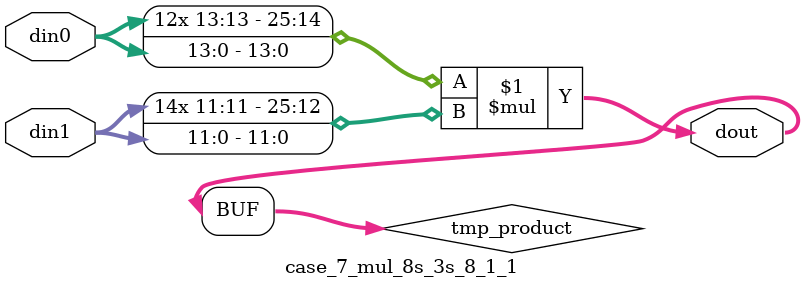
<source format=v>

`timescale 1 ns / 1 ps

 module case_7_mul_8s_3s_8_1_1(din0, din1, dout);
parameter ID = 1;
parameter NUM_STAGE = 0;
parameter din0_WIDTH = 14;
parameter din1_WIDTH = 12;
parameter dout_WIDTH = 26;

input [din0_WIDTH - 1 : 0] din0; 
input [din1_WIDTH - 1 : 0] din1; 
output [dout_WIDTH - 1 : 0] dout;

wire signed [dout_WIDTH - 1 : 0] tmp_product;



























assign tmp_product = $signed(din0) * $signed(din1);








assign dout = tmp_product;





















endmodule

</source>
